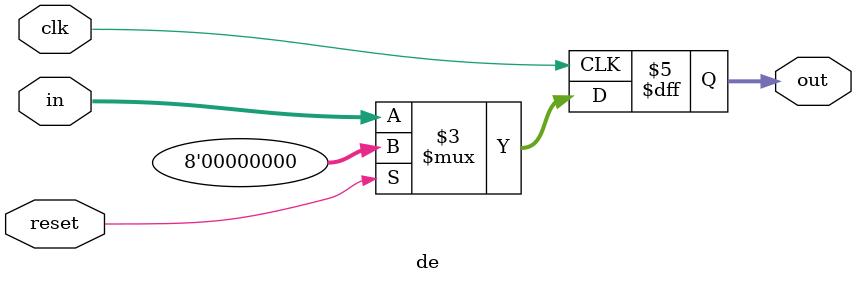
<source format=v>
module de (
input clk ,
input reset ,
input  [7:0] in ,
output reg [7:0] out 
);
always @ (posedge clk) begin : de
	if(reset)begin
		out <= 0 ; 
	end
	else begin
		out <= in ;
	end
end

endmodule


</source>
